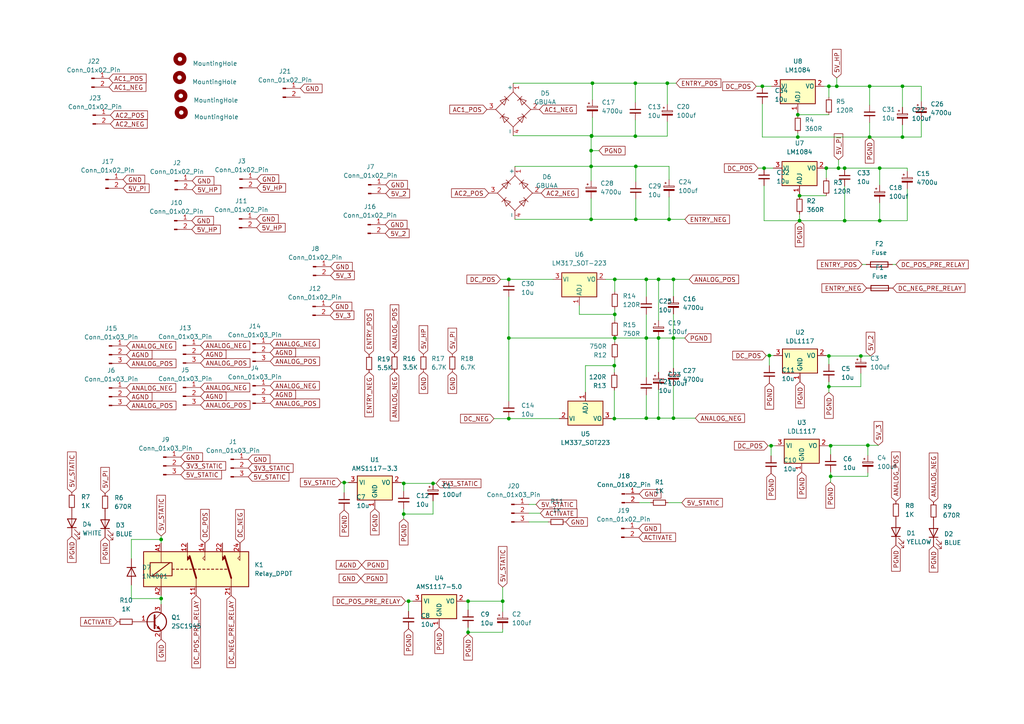
<source format=kicad_sch>
(kicad_sch (version 20230121) (generator eeschema)
  (paper "A4")
  (junction (at 252.222 39.751))
  (junction (at 240.411 103.251))
  (junction (at 195.326 121.285))
  (junction (at 178.181 121.412))
  (junction (at 178.308 98.044))
  (junction (at 171.45 63.627))
  (junction (at 147.574 98.044))
  (junction (at 195.326 98.044))
  (junction (at 239.649 48.768))
  (junction (at 187.452 98.044))
  (junction (at 221.615 48.768))
  (junction (at 244.983 64.008))
  (junction (at 244.983 48.768))
  (junction (at 184.404 63.627))
  (junction (at 240.919 129.286))
  (junction (at 184.404 48.26))
  (junction (at 171.577 39.497))
  (junction (at 252.222 25.019))
  (junction (at 135.763 183.388))
  (junction (at 231.902 56.769))
  (junction (at 261.747 39.751))
  (junction (at 46.736 156.464))
  (junction (at 171.45 48.26))
  (junction (at 147.574 121.412))
  (junction (at 191.008 121.285))
  (junction (at 125.603 140.208))
  (junction (at 191.008 98.044))
  (junction (at 178.308 91.186))
  (junction (at 99.822 139.954))
  (junction (at 240.411 112.141))
  (junction (at 171.45 43.688))
  (junction (at 135.763 174.371))
  (junction (at 187.452 81.026))
  (junction (at 46.736 173.609))
  (junction (at 187.452 121.285))
  (junction (at 178.308 81.026))
  (junction (at 145.796 174.371))
  (junction (at 240.411 25.019))
  (junction (at 223.647 129.286))
  (junction (at 117.094 140.208))
  (junction (at 178.181 106.045))
  (junction (at 117.094 149.098))
  (junction (at 171.831 24.13))
  (junction (at 231.394 33.274))
  (junction (at 193.548 24.13))
  (junction (at 231.394 39.751))
  (junction (at 231.902 64.008))
  (junction (at 195.326 81.026))
  (junction (at 194.056 63.627))
  (junction (at 243.205 48.768))
  (junction (at 261.747 25.019))
  (junction (at 191.008 81.026))
  (junction (at 240.919 138.176))
  (junction (at 147.574 81.026))
  (junction (at 221.107 25.019))
  (junction (at 242.697 25.019))
  (junction (at 223.139 103.124))
  (junction (at 249.682 103.251))
  (junction (at 184.277 24.13))
  (junction (at 255.143 64.008))
  (junction (at 171.577 39.37))
  (junction (at 255.143 48.768))
  (junction (at 184.277 39.497))
  (junction (at 251.714 129.159))
  (junction (at 118.491 174.371))
  (wire (pts (xy 171.45 43.688) (xy 171.45 48.26)))
  (wire (pts (xy 191.008 81.026) (xy 195.326 81.026)))
  (wire (pts (xy 184.404 57.785) (xy 184.404 63.627)))
  (wire (pts (xy 46.736 156.464) (xy 46.736 157.48)))
  (wire (pts (xy 244.983 64.008) (xy 255.143 64.008)))
  (wire (pts (xy 198.628 63.627) (xy 194.056 63.627)))
  (wire (pts (xy 243.205 46.355) (xy 243.205 48.768)))
  (wire (pts (xy 171.45 63.627) (xy 184.404 63.627)))
  (wire (pts (xy 221.107 25.019) (xy 223.774 25.019)))
  (wire (pts (xy 184.277 34.798) (xy 184.277 39.497)))
  (wire (pts (xy 191.008 121.285) (xy 195.326 121.285)))
  (wire (pts (xy 145.796 182.499) (xy 145.796 183.388)))
  (wire (pts (xy 195.326 106.807) (xy 195.326 98.044)))
  (wire (pts (xy 231.902 56.388) (xy 231.902 56.769)))
  (wire (pts (xy 261.747 39.751) (xy 267.208 39.751)))
  (wire (pts (xy 195.326 111.887) (xy 195.326 121.285)))
  (wire (pts (xy 118.491 177.292) (xy 118.491 174.371)))
  (wire (pts (xy 178.308 89.662) (xy 178.308 91.186)))
  (wire (pts (xy 148.844 24.13) (xy 171.831 24.13)))
  (wire (pts (xy 171.45 43.688) (xy 173.736 43.688)))
  (wire (pts (xy 249.682 112.141) (xy 240.411 112.141)))
  (wire (pts (xy 187.452 109.474) (xy 187.452 98.044)))
  (wire (pts (xy 240.411 112.141) (xy 240.411 110.744)))
  (wire (pts (xy 221.615 53.848) (xy 221.615 64.008)))
  (wire (pts (xy 240.411 113.792) (xy 240.411 112.141)))
  (wire (pts (xy 240.411 25.019) (xy 239.014 25.019)))
  (wire (pts (xy 171.45 39.624) (xy 171.45 43.688)))
  (wire (pts (xy 171.45 48.26) (xy 184.404 48.26)))
  (wire (pts (xy 244.983 53.975) (xy 244.983 64.008)))
  (wire (pts (xy 261.747 36.195) (xy 261.747 39.751)))
  (wire (pts (xy 178.308 106.045) (xy 178.308 104.267)))
  (wire (pts (xy 194.056 48.26) (xy 194.056 52.07)))
  (wire (pts (xy 147.574 98.044) (xy 147.574 116.332)))
  (wire (pts (xy 231.394 39.751) (xy 252.222 39.751)))
  (wire (pts (xy 171.45 48.26) (xy 149.352 48.26)))
  (wire (pts (xy 240.919 129.286) (xy 240.157 129.286)))
  (wire (pts (xy 145.796 183.388) (xy 135.763 183.388)))
  (wire (pts (xy 147.574 81.026) (xy 160.401 81.026)))
  (wire (pts (xy 240.411 103.251) (xy 240.411 103.124)))
  (wire (pts (xy 267.208 25.019) (xy 267.208 29.464)))
  (wire (pts (xy 184.277 39.497) (xy 171.577 39.497)))
  (wire (pts (xy 125.603 149.098) (xy 117.094 149.098)))
  (wire (pts (xy 261.747 25.019) (xy 267.208 25.019)))
  (wire (pts (xy 178.308 106.045) (xy 178.181 106.045)))
  (wire (pts (xy 38.1 169.672) (xy 38.1 173.609)))
  (wire (pts (xy 178.181 121.412) (xy 187.452 121.412)))
  (wire (pts (xy 223.139 103.124) (xy 224.409 103.124)))
  (wire (pts (xy 187.452 91.186) (xy 187.452 98.044)))
  (wire (pts (xy 240.411 103.124) (xy 239.649 103.124)))
  (wire (pts (xy 219.329 25.019) (xy 221.107 25.019)))
  (wire (pts (xy 187.452 121.285) (xy 191.008 121.285)))
  (wire (pts (xy 38.1 173.609) (xy 46.736 173.609)))
  (wire (pts (xy 254.762 129.159) (xy 251.714 129.159)))
  (wire (pts (xy 191.008 98.044) (xy 195.326 98.044)))
  (wire (pts (xy 240.411 28.194) (xy 240.411 25.019)))
  (wire (pts (xy 239.649 48.768) (xy 243.205 48.768)))
  (wire (pts (xy 240.411 105.664) (xy 240.411 103.251)))
  (wire (pts (xy 249.682 103.251) (xy 240.411 103.251)))
  (wire (pts (xy 222.758 129.286) (xy 223.647 129.286)))
  (wire (pts (xy 145.796 170.307) (xy 145.796 174.371)))
  (wire (pts (xy 175.641 81.026) (xy 178.308 81.026)))
  (wire (pts (xy 98.933 139.954) (xy 99.822 139.954)))
  (wire (pts (xy 99.822 139.954) (xy 101.092 139.954)))
  (wire (pts (xy 169.799 113.792) (xy 169.799 106.045)))
  (wire (pts (xy 243.205 48.768) (xy 244.983 48.768)))
  (wire (pts (xy 193.548 30.226) (xy 193.548 24.13)))
  (wire (pts (xy 197.739 145.796) (xy 193.802 145.796)))
  (wire (pts (xy 178.308 81.026) (xy 187.452 81.026)))
  (wire (pts (xy 223.139 106.045) (xy 223.139 103.124)))
  (wire (pts (xy 263.144 49.657) (xy 263.144 48.768)))
  (wire (pts (xy 252.222 25.019) (xy 242.697 25.019)))
  (wire (pts (xy 184.277 24.13) (xy 193.548 24.13)))
  (wire (pts (xy 222.25 103.124) (xy 223.139 103.124)))
  (wire (pts (xy 261.747 31.115) (xy 261.747 25.019)))
  (wire (pts (xy 187.452 114.554) (xy 187.452 121.285)))
  (wire (pts (xy 135.763 183.896) (xy 135.763 183.388)))
  (wire (pts (xy 195.326 98.044) (xy 198.628 98.044)))
  (wire (pts (xy 117.094 140.208) (xy 117.094 139.954)))
  (wire (pts (xy 193.548 24.13) (xy 196.088 24.13)))
  (wire (pts (xy 171.577 39.497) (xy 171.577 39.624)))
  (wire (pts (xy 171.577 39.624) (xy 171.45 39.624)))
  (wire (pts (xy 184.404 52.705) (xy 184.404 48.26)))
  (wire (pts (xy 168.021 91.186) (xy 178.308 91.186)))
  (wire (pts (xy 117.094 149.098) (xy 117.094 147.574)))
  (wire (pts (xy 194.056 57.15) (xy 194.056 63.627)))
  (wire (pts (xy 251.714 129.159) (xy 240.919 129.159)))
  (wire (pts (xy 143.256 121.412) (xy 147.574 121.412)))
  (wire (pts (xy 194.056 63.627) (xy 184.404 63.627)))
  (wire (pts (xy 145.161 81.026) (xy 147.574 81.026)))
  (wire (pts (xy 221.107 39.751) (xy 231.394 39.751)))
  (wire (pts (xy 171.577 39.37) (xy 171.577 39.497)))
  (wire (pts (xy 148.844 39.37) (xy 171.577 39.37)))
  (wire (pts (xy 99.822 142.875) (xy 99.822 139.954)))
  (wire (pts (xy 178.181 113.157) (xy 178.181 121.412)))
  (wire (pts (xy 117.094 150.495) (xy 117.094 149.098)))
  (wire (pts (xy 135.763 183.388) (xy 135.763 181.991)))
  (wire (pts (xy 242.697 25.019) (xy 240.411 25.019)))
  (wire (pts (xy 153.416 151.384) (xy 159.004 151.384)))
  (wire (pts (xy 168.021 88.646) (xy 168.021 91.186)))
  (wire (pts (xy 169.799 106.045) (xy 178.181 106.045)))
  (wire (pts (xy 156.718 148.844) (xy 153.416 148.844)))
  (wire (pts (xy 252.222 35.56) (xy 252.222 39.751)))
  (wire (pts (xy 267.208 34.544) (xy 267.208 39.751)))
  (wire (pts (xy 178.181 121.412) (xy 177.419 121.412)))
  (wire (pts (xy 171.831 39.37) (xy 171.577 39.37)))
  (wire (pts (xy 244.983 64.008) (xy 231.902 64.008)))
  (wire (pts (xy 242.697 22.606) (xy 242.697 25.019)))
  (wire (pts (xy 231.394 38.608) (xy 231.394 39.751)))
  (wire (pts (xy 188.722 145.796) (xy 185.42 145.796)))
  (wire (pts (xy 223.647 129.286) (xy 224.917 129.286)))
  (wire (pts (xy 231.394 33.274) (xy 231.394 32.639)))
  (wire (pts (xy 149.352 48.26) (xy 149.352 48.387)))
  (wire (pts (xy 125.603 145.288) (xy 125.603 149.098)))
  (wire (pts (xy 171.831 24.13) (xy 171.831 28.956)))
  (wire (pts (xy 249.682 108.331) (xy 249.682 112.141)))
  (wire (pts (xy 187.452 98.044) (xy 191.008 98.044)))
  (wire (pts (xy 244.983 48.768) (xy 255.143 48.768)))
  (wire (pts (xy 231.902 56.769) (xy 231.902 57.023)))
  (wire (pts (xy 178.308 81.026) (xy 178.308 84.582)))
  (wire (pts (xy 171.45 52.451) (xy 171.45 48.26)))
  (wire (pts (xy 125.603 140.208) (xy 117.094 140.208)))
  (wire (pts (xy 187.452 81.026) (xy 187.452 86.106)))
  (wire (pts (xy 193.548 35.306) (xy 193.548 39.497)))
  (wire (pts (xy 255.143 64.008) (xy 263.144 64.008)))
  (wire (pts (xy 135.763 176.911) (xy 135.763 174.371)))
  (wire (pts (xy 191.008 92.964) (xy 191.008 81.026)))
  (wire (pts (xy 171.831 24.13) (xy 184.277 24.13)))
  (wire (pts (xy 255.143 58.801) (xy 255.143 64.008)))
  (wire (pts (xy 240.919 138.176) (xy 251.714 138.176)))
  (wire (pts (xy 46.736 173.609) (xy 46.736 172.72)))
  (wire (pts (xy 147.574 86.106) (xy 147.574 98.044)))
  (wire (pts (xy 252.222 39.751) (xy 261.747 39.751)))
  (wire (pts (xy 240.792 139.827) (xy 240.919 139.827)))
  (wire (pts (xy 126.492 140.208) (xy 125.603 140.208)))
  (wire (pts (xy 117.094 139.954) (xy 116.332 139.954)))
  (wire (pts (xy 193.548 39.497) (xy 184.277 39.497)))
  (wire (pts (xy 255.143 48.768) (xy 263.144 48.768)))
  (wire (pts (xy 251.714 138.176) (xy 251.714 137.16)))
  (wire (pts (xy 252.476 103.251) (xy 249.682 103.251)))
  (wire (pts (xy 195.326 85.979) (xy 195.326 81.026)))
  (wire (pts (xy 252.222 25.019) (xy 261.747 25.019)))
  (wire (pts (xy 252.222 30.48) (xy 252.222 25.019)))
  (wire (pts (xy 240.919 131.826) (xy 240.919 129.286)))
  (wire (pts (xy 145.796 174.371) (xy 135.763 174.371)))
  (wire (pts (xy 187.452 121.285) (xy 187.452 121.412)))
  (wire (pts (xy 46.736 175.26) (xy 46.736 173.609)))
  (wire (pts (xy 184.404 48.26) (xy 194.056 48.26)))
  (wire (pts (xy 239.649 48.768) (xy 239.649 51.689)))
  (wire (pts (xy 171.831 34.036) (xy 171.831 39.37)))
  (wire (pts (xy 178.308 98.044) (xy 178.308 99.187)))
  (wire (pts (xy 147.574 121.412) (xy 162.179 121.412)))
  (wire (pts (xy 117.094 142.494) (xy 117.094 140.208)))
  (wire (pts (xy 145.796 174.371) (xy 145.796 177.419)))
  (wire (pts (xy 240.919 139.827) (xy 240.919 138.176)))
  (wire (pts (xy 135.763 174.371) (xy 135.001 174.371)))
  (wire (pts (xy 240.919 129.159) (xy 240.919 129.286)))
  (wire (pts (xy 178.181 108.077) (xy 178.181 106.045)))
  (wire (pts (xy 187.452 81.026) (xy 191.008 81.026)))
  (wire (pts (xy 251.714 132.08) (xy 251.714 129.159)))
  (wire (pts (xy 149.352 63.627) (xy 171.45 63.627)))
  (wire (pts (xy 191.008 107.95) (xy 191.008 98.044)))
  (wire (pts (xy 195.326 91.059) (xy 195.326 98.044)))
  (wire (pts (xy 223.647 132.207) (xy 223.647 129.286)))
  (wire (pts (xy 258.826 76.708) (xy 259.842 76.708)))
  (wire (pts (xy 184.277 29.718) (xy 184.277 24.13)))
  (wire (pts (xy 255.143 53.721) (xy 255.143 48.768)))
  (wire (pts (xy 155.448 146.304) (xy 153.416 146.304)))
  (wire (pts (xy 38.1 156.464) (xy 38.1 162.052)))
  (wire (pts (xy 46.736 155.448) (xy 46.736 156.464)))
  (wire (pts (xy 118.491 174.371) (xy 119.761 174.371)))
  (wire (pts (xy 195.326 81.026) (xy 199.898 81.026)))
  (wire (pts (xy 219.837 48.768) (xy 221.615 48.768)))
  (wire (pts (xy 239.649 48.768) (xy 239.522 48.768)))
  (wire (pts (xy 231.902 62.103) (xy 231.902 64.008)))
  (wire (pts (xy 178.308 98.044) (xy 187.452 98.044)))
  (wire (pts (xy 221.107 39.751) (xy 221.107 30.099)))
  (wire (pts (xy 221.615 48.768) (xy 224.282 48.768)))
  (wire (pts (xy 147.574 98.044) (xy 178.308 98.044)))
  (wire (pts (xy 195.326 121.285) (xy 201.676 121.285)))
  (wire (pts (xy 171.45 57.531) (xy 171.45 63.627)))
  (wire (pts (xy 191.008 113.03) (xy 191.008 121.285)))
  (wire (pts (xy 231.902 64.008) (xy 221.615 64.008)))
  (wire (pts (xy 46.736 156.464) (xy 38.1 156.464)))
  (wire (pts (xy 231.394 33.528) (xy 231.394 33.274)))
  (wire (pts (xy 117.602 174.371) (xy 118.491 174.371)))
  (wire (pts (xy 263.144 54.737) (xy 263.144 64.008)))
  (wire (pts (xy 231.394 33.274) (xy 240.411 33.274)))
  (wire (pts (xy 239.649 56.769) (xy 231.902 56.769)))
  (wire (pts (xy 178.308 91.186) (xy 178.308 92.964)))
  (wire (pts (xy 250.063 76.708) (xy 251.206 76.708)))
  (wire (pts (xy 244.983 48.768) (xy 244.983 48.895)))
  (wire (pts (xy 240.919 138.176) (xy 240.919 136.906)))
  (global_label "GND" (shape input) (at 87.122 25.654 0) (property "Intersheetrefs" "${INTERSHEET_REFS}" (effects hide)))
  (global_label "ENTRY_POS" (shape input) (at 250.063 76.708 180) (property "Intersheetrefs" "${INTERSHEET_REFS}" (effects hide)))
  (global_label "PGND" (shape input) (at 231.902 64.008 270) (property "Intersheetrefs" "${INTERSHEET_REFS}" (effects hide)))
  (global_label "PGND" (shape input) (at 198.628 98.044 0) (property "Intersheetrefs" "${INTERSHEET_REFS}" (effects hide)))
  (global_label "PGND" (shape input) (at 173.736 43.688 0) (property "Intersheetrefs" "${INTERSHEET_REFS}" (effects hide)))
  (global_label "5V_2" (shape input) (at 111.76 67.691 0) (property "Intersheetrefs" "${INTERSHEET_REFS}" (effects hide)))
  (global_label "GND" (shape input) (at 131.191 107.823 270) (property "Intersheetrefs" "${INTERSHEET_REFS}" (effects hide)))
  (global_label "5V_3" (shape input) (at 254.762 129.159 90) (property "Intersheetrefs" "${INTERSHEET_REFS}" (effects hide)))
  (global_label "ENTRY_NEG" (shape input) (at 107.061 107.95 270) (property "Intersheetrefs" "${INTERSHEET_REFS}" (effects hide)))
  (global_label "DC_NEG" (shape input) (at 69.596 157.48 90) (property "Intersheetrefs" "${INTERSHEET_REFS}" (effects hide)))
  (global_label "AC2_POS" (shape input) (at 32.004 33.401 0) (property "Intersheetrefs" "${INTERSHEET_REFS}" (effects hide)))
  (global_label "ANALOG_NEG" (shape input) (at 114.427 107.823 270) (property "Intersheetrefs" "${INTERSHEET_REFS}" (effects hide)))
  (global_label "5V_PI" (shape input) (at 35.687 54.61 0) (property "Intersheetrefs" "${INTERSHEET_REFS}" (effects hide)))
  (global_label "ANALOG_NEG" (shape input) (at 36.703 100.33 0) (property "Intersheetrefs" "${INTERSHEET_REFS}" (effects hide)))
  (global_label "5V_PI" (shape input) (at 30.48 143.129 90) (property "Intersheetrefs" "${INTERSHEET_REFS}" (effects hide)))
  (global_label "GND" (shape input) (at 46.736 185.42 270) (property "Intersheetrefs" "${INTERSHEET_REFS}" (effects hide)))
  (global_label "GND" (shape input) (at 164.084 151.384 0) (property "Intersheetrefs" "${INTERSHEET_REFS}" (effects hide)))
  (global_label "AGND" (shape input) (at 36.703 102.87 0) (property "Intersheetrefs" "${INTERSHEET_REFS}" (effects hide)))
  (global_label "PGND" (shape input) (at 30.48 155.829 270) (property "Intersheetrefs" "${INTERSHEET_REFS}" (effects hide)))
  (global_label "5V_STATIC" (shape input) (at 72.009 138.303 0) (property "Intersheetrefs" "${INTERSHEET_REFS}" (effects hide)))
  (global_label "5V_STATIC" (shape input) (at 52.451 137.668 0) (property "Intersheetrefs" "${INTERSHEET_REFS}" (effects hide)))
  (global_label "PGND" (shape input) (at 118.491 182.372 270) (property "Intersheetrefs" "${INTERSHEET_REFS}" (effects hide)))
  (global_label "3V3_STATIC" (shape input) (at 72.009 135.763 0) (property "Intersheetrefs" "${INTERSHEET_REFS}" (effects hide)))
  (global_label "PGND" (shape input) (at 232.537 136.906 270) (property "Intersheetrefs" "${INTERSHEET_REFS}" (effects hide)))
  (global_label "PGND" (shape input) (at 108.712 147.574 270) (property "Intersheetrefs" "${INTERSHEET_REFS}" (effects hide)))
  (global_label "PGND" (shape input) (at 240.411 113.792 270) (property "Intersheetrefs" "${INTERSHEET_REFS}" (effects hide)))
  (global_label "5V_STATIC" (shape input) (at 20.828 142.875 90) (property "Intersheetrefs" "${INTERSHEET_REFS}" (effects hide)))
  (global_label "GND" (shape input) (at 52.451 132.588 0) (property "Intersheetrefs" "${INTERSHEET_REFS}" (effects hide)))
  (global_label "DC_NEG" (shape input) (at 143.256 121.412 180) (property "Intersheetrefs" "${INTERSHEET_REFS}" (effects hide)))
  (global_label "ENTRY_POS" (shape input) (at 196.088 24.13 0) (property "Intersheetrefs" "${INTERSHEET_REFS}" (effects hide)))
  (global_label "5V_2" (shape input) (at 111.887 56.134 0) (property "Intersheetrefs" "${INTERSHEET_REFS}" (effects hide)))
  (global_label "AGND" (shape input) (at 36.703 115.062 0) (property "Intersheetrefs" "${INTERSHEET_REFS}" (effects hide)))
  (global_label "AGND" (shape input) (at 58.166 114.935 0) (property "Intersheetrefs" "${INTERSHEET_REFS}" (effects hide)))
  (global_label "3V3_STATIC" (shape input) (at 52.451 135.128 0) (property "Intersheetrefs" "${INTERSHEET_REFS}" (effects hide)))
  (global_label "ANALOG_NEG" (shape input) (at 36.703 112.522 0) (property "Intersheetrefs" "${INTERSHEET_REFS}" (effects hide)))
  (global_label "ENTRY_NEG" (shape input) (at 198.628 63.627 0) (property "Intersheetrefs" "${INTERSHEET_REFS}" (effects hide)))
  (global_label "AC1_POS" (shape input) (at 141.224 31.75 180) (property "Intersheetrefs" "${INTERSHEET_REFS}" (effects hide)))
  (global_label "ANALOG_NEG" (shape input) (at 58.166 100.203 0) (property "Intersheetrefs" "${INTERSHEET_REFS}" (effects hide)))
  (global_label "ANALOG_POS" (shape input) (at 199.898 81.026 0) (property "Intersheetrefs" "${INTERSHEET_REFS}" (effects hide)))
  (global_label "5V_HP" (shape input) (at 55.753 54.991 0) (property "Intersheetrefs" "${INTERSHEET_REFS}" (effects hide)))
  (global_label "5V_STATIC" (shape input) (at 197.739 145.796 0) (property "Intersheetrefs" "${INTERSHEET_REFS}" (effects hide)))
  (global_label "PGND" (shape input) (at 99.822 147.955 270) (property "Intersheetrefs" "${INTERSHEET_REFS}" (effects hide)))
  (global_label "AGND" (shape input) (at 78.359 114.427 0) (property "Intersheetrefs" "${INTERSHEET_REFS}" (effects hide)))
  (global_label "DC_NEG_PRE_RELAY" (shape input) (at 67.056 172.72 270) (property "Intersheetrefs" "${INTERSHEET_REFS}" (effects hide)))
  (global_label "ANALOG_POS" (shape input) (at 259.842 145.415 90) (property "Intersheetrefs" "${INTERSHEET_REFS}" (effects hide)))
  (global_label "AC1_NEG" (shape input) (at 31.623 25.273 0) (property "Intersheetrefs" "${INTERSHEET_REFS}" (effects hide)))
  (global_label "DC_NEG_PRE_RELAY" (shape input) (at 258.953 83.566 0) (property "Intersheetrefs" "${INTERSHEET_REFS}" (effects hide)))
  (global_label "DC_POS" (shape input) (at 219.329 25.019 180) (property "Intersheetrefs" "${INTERSHEET_REFS}" (effects hide)))
  (global_label "5V_HP" (shape input) (at 122.809 102.743 90) (property "Intersheetrefs" "${INTERSHEET_REFS}" (effects hide)))
  (global_label "GND" (shape input) (at 185.293 153.289 0) (property "Intersheetrefs" "${INTERSHEET_REFS}" (effects hide)))
  (global_label "GND" (shape input) (at 122.809 107.823 270) (property "Intersheetrefs" "${INTERSHEET_REFS}" (effects hide)))
  (global_label "5V_STATIC" (shape input) (at 98.933 139.954 180) (property "Intersheetrefs" "${INTERSHEET_REFS}" (effects hide)))
  (global_label "5V_3" (shape input) (at 95.758 91.44 0) (property "Intersheetrefs" "${INTERSHEET_REFS}" (effects hide)))
  (global_label "ENTRY_NEG" (shape input) (at 251.333 83.566 180) (property "Intersheetrefs" "${INTERSHEET_REFS}" (effects hide)))
  (global_label "GND" (shape input) (at 95.885 77.343 0) (property "Intersheetrefs" "${INTERSHEET_REFS}" (effects hide)))
  (global_label "GND" (shape input) (at 111.76 65.151 0) (property "Intersheetrefs" "${INTERSHEET_REFS}" (effects hide)))
  (global_label "DC_POS" (shape input) (at 59.436 157.48 90) (property "Intersheetrefs" "${INTERSHEET_REFS}" (effects hide)))
  (global_label "GND" (shape input) (at 104.648 167.767 180) (property "Intersheetrefs" "${INTERSHEET_REFS}" (effects hide)))
  (global_label "5V_PI" (shape input) (at 243.205 46.355 90) (property "Intersheetrefs" "${INTERSHEET_REFS}" (effects hide)))
  (global_label "PGND" (shape input) (at 240.792 139.827 270) (property "Intersheetrefs" "${INTERSHEET_REFS}" (effects hide)))
  (global_label "ACTIVATE" (shape input) (at 34.036 180.34 180) (property "Intersheetrefs" "${INTERSHEET_REFS}" (effects hide)))
  (global_label "AGND" (shape input) (at 78.359 102.235 0) (property "Intersheetrefs" "${INTERSHEET_REFS}" (effects hide)))
  (global_label "GND" (shape input) (at 111.887 53.594 0) (property "Intersheetrefs" "${INTERSHEET_REFS}" (effects hide)))
  (global_label "5V_PI" (shape input) (at 131.191 102.743 90) (property "Intersheetrefs" "${INTERSHEET_REFS}" (effects hide)))
  (global_label "ANALOG_POS" (shape input) (at 114.427 102.743 90) (property "Intersheetrefs" "${INTERSHEET_REFS}" (effects hide)))
  (global_label "AC2_POS" (shape input) (at 141.732 56.007 180) (property "Intersheetrefs" "${INTERSHEET_REFS}" (effects hide)))
  (global_label "ACTIVATE" (shape input) (at 156.718 148.844 0) (property "Intersheetrefs" "${INTERSHEET_REFS}" (effects hide)))
  (global_label "5V_HP" (shape input) (at 74.549 54.483 0) (property "Intersheetrefs" "${INTERSHEET_REFS}" (effects hide)))
  (global_label "AGND" (shape input) (at 58.166 102.743 0) (property "Intersheetrefs" "${INTERSHEET_REFS}" (effects hide)))
  (global_label "5V_HP" (shape input) (at 242.697 22.606 90) (property "Intersheetrefs" "${INTERSHEET_REFS}" (effects hide)))
  (global_label "DC_POS" (shape input) (at 219.837 48.768 180) (property "Intersheetrefs" "${INTERSHEET_REFS}" (effects hide)))
  (global_label "AC2_NEG" (shape input) (at 156.972 56.007 0) (property "Intersheetrefs" "${INTERSHEET_REFS}" (effects hide)))
  (global_label "5V_STATIC" (shape input) (at 145.796 170.307 90) (property "Intersheetrefs" "${INTERSHEET_REFS}" (effects hide)))
  (global_label "ANALOG_POS" (shape input) (at 78.359 104.775 0) (property "Intersheetrefs" "${INTERSHEET_REFS}" (effects hide)))
  (global_label "ANALOG_NEG" (shape input) (at 58.166 112.395 0) (property "Intersheetrefs" "${INTERSHEET_REFS}" (effects hide)))
  (global_label "ANALOG_POS" (shape input) (at 58.166 105.283 0) (property "Intersheetrefs" "${INTERSHEET_REFS}" (effects hide)))
  (global_label "DC_POS" (shape input) (at 222.758 129.286 180) (property "Intersheetrefs" "${INTERSHEET_REFS}" (effects hide)))
  (global_label "PGND" (shape input) (at 104.648 167.767 0) (property "Intersheetrefs" "${INTERSHEET_REFS}" (effects hide)))
  (global_label "GND" (shape input) (at 35.687 52.07 0) (property "Intersheetrefs" "${INTERSHEET_REFS}" (effects hide)))
  (global_label "AC2_NEG" (shape input) (at 32.004 35.941 0) (property "Intersheetrefs" "${INTERSHEET_REFS}" (effects hide)))
  (global_label "AC1_NEG" (shape input) (at 156.464 31.75 0) (property "Intersheetrefs" "${INTERSHEET_REFS}" (effects hide)))
  (global_label "5V_STATIC" (shape input) (at 155.448 146.304 0) (property "Intersheetrefs" "${INTERSHEET_REFS}" (effects hide)))
  (global_label "PGND" (shape input) (at 104.902 163.83 0) (property "Intersheetrefs" "${INTERSHEET_REFS}" (effects hide)))
  (global_label "ANALOG_POS" (shape input) (at 58.166 117.475 0) (property "Intersheetrefs" "${INTERSHEET_REFS}" (effects hide)))
  (global_label "DC_POS_PRE_RELAY" (shape input) (at 117.602 174.371 180) (property "Intersheetrefs" "${INTERSHEET_REFS}" (effects hide)))
  (global_label "PGND" (shape input) (at 127.381 181.991 270) (property "Intersheetrefs" "${INTERSHEET_REFS}" (effects hide)))
  (global_label "PGND" (shape input) (at 135.763 183.896 270) (property "Intersheetrefs" "${INTERSHEET_REFS}" (effects hide)))
  (global_label "PGND" (shape input) (at 270.764 158.369 270) (property "Intersheetrefs" "${INTERSHEET_REFS}" (effects hide)))
  (global_label "ACTIVATE" (shape input) (at 185.293 155.829 0) (property "Intersheetrefs" "${INTERSHEET_REFS}" (effects hide)))
  (global_label "PGND" (shape input) (at 117.094 150.495 270) (property "Intersheetrefs" "${INTERSHEET_REFS}" (effects hide)))
  (global_label "PGND" (shape input) (at 232.029 110.744 270) (property "Intersheetrefs" "${INTERSHEET_REFS}" (effects hide)))
  (global_label "ANALOG_POS" (shape input) (at 36.703 117.602 0) (property "Intersheetrefs" "${INTERSHEET_REFS}" (effects hide)))
  (global_label "PGND" (shape input) (at 223.139 111.125 270) (property "Intersheetrefs" "${INTERSHEET_REFS}" (effects hide)))
  (global_label "GND" (shape input) (at 74.549 51.943 0) (property "Intersheetrefs" "${INTERSHEET_REFS}" (effects hide)))
  (global_label "5V_HP" (shape input) (at 55.626 66.548 0) (property "Intersheetrefs" "${INTERSHEET_REFS}" (effects hide)))
  (global_label "GND" (shape input) (at 185.42 143.256 0) (property "Intersheetrefs" "${INTERSHEET_REFS}" (effects hide)))
  (global_label "GND" (shape input) (at 55.753 52.451 0) (property "Intersheetrefs" "${INTERSHEET_REFS}" (effects hide)))
  (global_label "DC_POS_PRE_RELAY" (shape input) (at 56.896 172.72 270) (property "Intersheetrefs" "${INTERSHEET_REFS}" (effects hide)))
  (global_label "ANALOG_NEG" (shape input) (at 201.676 121.285 0) (property "Intersheetrefs" "${INTERSHEET_REFS}" (effects hide)))
  (global_label "AC1_POS" (shape input) (at 31.623 22.733 0) (property "Intersheetrefs" "${INTERSHEET_REFS}" (effects hide)))
  (global_label "5V_STATIC" (shape input) (at 46.736 155.448 90) (property "Intersheetrefs" "${INTERSHEET_REFS}" (effects hide)))
  (global_label "DC_POS_PRE_RELAY" (shape input) (at 259.842 76.708 0) (property "Intersheetrefs" "${INTERSHEET_REFS}" (effects hide)))
  (global_label "3V3_STATIC" (shape input) (at 126.492 140.208 0) (property "Intersheetrefs" "${INTERSHEET_REFS}" (effects hide)))
  (global_label "DC_POS" (shape input) (at 145.161 81.026 180) (property "Intersheetrefs" "${INTERSHEET_REFS}" (effects hide)))
  (global_label "GND" (shape input) (at 55.626 64.008 0) (property "Intersheetrefs" "${INTERSHEET_REFS}" (effects hide)))
  (global_label "ANALOG_NEG" (shape input) (at 270.764 145.669 90) (property "Intersheetrefs" "${INTERSHEET_REFS}" (effects hide)))
  (global_label "5V_2" (shape input) (at 252.476 103.251 90) (property "Intersheetrefs" "${INTERSHEET_REFS}" (effects hide)))
  (global_label "ANALOG_POS" (shape input) (at 36.703 105.41 0) (property "Intersheetrefs" "${INTERSHEET_REFS}" (effects hide)))
  (global_label "PGND" (shape input) (at 259.842 158.115 270) (property "Intersheetrefs" "${INTERSHEET_REFS}" (effects hide)))
  (global_label "5V_HP" (shape input) (at 74.422 66.04 0) (property "Intersheetrefs" "${INTERSHEET_REFS}" (effects hide)))
  (global_label "PGND" (shape input) (at 252.222 39.751 270) (property "Intersheetrefs" "${INTERSHEET_REFS}" (effects hide)))
  (global_label "5V_3" (shape input) (at 95.885 79.883 0) (property "Intersheetrefs" "${INTERSHEET_REFS}" (effects hide)))
  (global_label "GND" (shape input) (at 72.009 133.223 0) (property "Intersheetrefs" "${INTERSHEET_REFS}" (effects hide)))
  (global_label "GND" (shape input) (at 74.422 63.5 0) (property "Intersheetrefs" "${INTERSHEET_REFS}" (effects hide)))
  (global_label "PGND" (shape input) (at 223.647 137.287 270) (property "Intersheetrefs" "${INTERSHEET_REFS}" (effects hide)))
  (global_label "PGND" (shape input) (at 20.828 155.575 270) (property "Intersheetrefs" "${INTERSHEET_REFS}" (effects hide)))
  (global_label "ANALOG_POS" (shape input) (at 78.359 116.967 0) (property "Intersheetrefs" "${INTERSHEET_REFS}" (effects hide)))
  (global_label "GND" (shape input) (at 95.758 88.9 0) (property "Intersheetrefs" "${INTERSHEET_REFS}" (effects hide)))
  (global_label "ENTRY_POS" (shape input) (at 107.061 102.87 90) (property "Intersheetrefs" "${INTERSHEET_REFS}" (effects hide)))
  (global_label "ANALOG_NEG" (shape input) (at 78.359 99.695 0) (property "Intersheetrefs" "${INTERSHEET_REFS}" (effects hide)))
  (global_label "AGND" (shape input) (at 104.902 163.83 180) (property "Intersheetrefs" "${INTERSHEET_REFS}" (effects hide)))
  (global_label "DC_POS" (shape input) (at 222.25 103.124 180) (property "Intersheetrefs" "${INTERSHEET_REFS}" (effects hide)))
  (global_label "ANALOG_NEG" (shape input) (at 78.359 111.887 0) (property "Intersheetrefs" "${INTERSHEET_REFS}" (effects hide)))
  (symbol (lib_id "Mechanical:MountingHole") (at 52.197 17.145 0) (unit 1)
    (property "Reference" "H1" (effects hide))
    (property "Value" "MountingHole" (at 55.88 18.415 0) (effects (justify left)))
    (property "Footprint" "MountingHole:MountingHole_3.2mm_M3" (effects hide))
  )
  (symbol (lib_id "Connector:Conn_01x02_Pin") (at 90.805 77.343 0) (unit 1)
    (property "Reference" "J8" (at 91.44 72.136 0))
    (property "Value" "Conn_01x02_Pin" (at 91.44 74.676 0))
    (property "Footprint" "Connector_JST:JST_PH_B2B-PH-K_1x02_P2.00mm_Vertical" (effects hide))
  )
  (symbol (lib_id "Connector:Conn_01x03_Pin") (at 31.623 102.87 0) (unit 1)
    (property "Reference" "J15" (at 32.258 95.25 0))
    (property "Value" "Conn_01x03_Pin" (at 32.258 97.79 0))
    (property "Footprint" "Connector_PinHeader_2.54mm:PinHeader_1x03_P2.54mm_Vertical" (effects hide))
  )
  (symbol (lib_id "Device:C_Small") (at 240.919 134.366 0) (unit 1)
    (property "Reference" "C6" (at 244.475 133.1023 0) (effects (justify left)))
    (property "Value" "10u" (at 244.475 135.6423 0) (effects (justify left)))
    (property "Footprint" "Capacitor_SMD:C_1206_3216Metric_Pad1.33x1.80mm_HandSolder" (effects hide))
  )
  (symbol (lib_id "Mechanical:MountingHole") (at 52.578 32.639 0) (unit 1)
    (property "Reference" "H2" (effects hide))
    (property "Value" "MountingHole" (at 56.261 33.909 0) (effects (justify left)))
    (property "Footprint" "MountingHole:MountingHole_3.2mm_M3" (effects hide))
  )
  (symbol (lib_id "Device:C_Small") (at 240.411 108.204 0) (unit 1)
    (property "Reference" "C5" (at 243.967 106.9403 0) (effects (justify left)))
    (property "Value" "10u" (at 243.967 109.4803 0) (effects (justify left)))
    (property "Footprint" "Capacitor_SMD:C_1206_3216Metric_Pad1.33x1.80mm_HandSolder" (effects hide))
  )
  (symbol (lib_id "Transistor_BJT:2SC1945") (at 44.196 180.34 0) (unit 1)
    (property "Reference" "Q1" (at 49.657 179.0699 0) (effects (justify left)))
    (property "Value" "2SC1945" (at 49.657 181.6099 0) (effects (justify left)))
    (property "Footprint" "Package_TO_SOT_SMD:SOT-23_Handsoldering" (effects hide))
    (property "Datasheet" "http://rtellason.com/transdata/2sc1945.pdf" (effects hide))
  )
  (symbol (lib_id "Device:R_Small") (at 240.411 30.734 180) (unit 1)
    (property "Reference" "R5" (at 242.443 29.464 0) (effects (justify right)))
    (property "Value" "120R" (at 242.443 32.004 0) (effects (justify right)))
    (property "Footprint" "Resistor_SMD:R_0603_1608Metric_Pad0.98x0.95mm_HandSolder" (effects hide))
  )
  (symbol (lib_id "Connector:Conn_01x02_Pin") (at 50.673 52.451 0) (unit 1)
    (property "Reference" "J2" (at 51.308 47.244 0))
    (property "Value" "Conn_01x02_Pin" (at 51.308 49.784 0))
    (property "Footprint" "Connector_JST:JST_XH_B2B-XH-A_1x02_P2.50mm_Vertical" (effects hide))
  )
  (symbol (lib_id "Device:R_Small") (at 231.394 36.068 180) (unit 1)
    (property "Reference" "R4" (at 233.426 34.798 0) (effects (justify right)))
    (property "Value" "360R" (at 233.426 37.338 0) (effects (justify right)))
    (property "Footprint" "Resistor_SMD:R_0603_1608Metric_Pad0.98x0.95mm_HandSolder" (effects hide))
  )
  (symbol (lib_id "Device:R_Small") (at 178.308 101.727 180) (unit 1)
    (property "Reference" "R12" (at 176.022 102.9971 0) (effects (justify left)))
    (property "Value" "750R" (at 176.022 100.4571 0) (effects (justify left)))
    (property "Footprint" "Resistor_SMD:R_0603_1608Metric_Pad0.98x0.95mm_HandSolder" (effects hide))
  )
  (symbol (lib_id "Connector:Conn_01x02_Pin") (at 82.042 25.654 0) (unit 1)
    (property "Reference" "J21" (at 82.677 20.701 0))
    (property "Value" "Conn_01x02_Pin" (at 82.677 23.241 0))
    (property "Footprint" "Connector_JST:JST_VH_B2P-VH_1x02_P3.96mm_Vertical" (effects hide))
  )
  (symbol (lib_id "Connector:Conn_01x02_Pin") (at 106.807 53.594 0) (unit 1)
    (property "Reference" "J7" (at 107.442 48.387 0))
    (property "Value" "Conn_01x02_Pin" (at 107.442 50.927 0))
    (property "Footprint" "Connector_JST:JST_PH_B2B-PH-K_1x02_P2.00mm_Vertical" (effects hide))
  )
  (symbol (lib_id "Device:C_Small") (at 184.277 32.258 0) (unit 1)
    (property "Reference" "C13" (at 187.833 30.9943 0) (effects (justify left)))
    (property "Value" "10u" (at 187.833 33.5343 0) (effects (justify left)))
    (property "Footprint" "Capacitor_SMD:C_1206_3216Metric_Pad1.33x1.80mm_HandSolder" (effects hide))
  )
  (symbol (lib_id "Regulator_Linear:LM317_TO-220") (at 231.902 48.768 0) (unit 1)
    (property "Reference" "U7" (at 231.902 41.529 0))
    (property "Value" "LM1084" (at 231.902 44.069 0))
    (property "Footprint" "Package_TO_SOT_THT:TO-220-3_Vertical" (effects hide))
    (property "Datasheet" "http://www.ti.com/lit/ds/symlink/lm317.pdf" (effects hide))
  )
  (symbol (lib_id "Device:LED") (at 30.48 152.019 90) (unit 1)
    (property "Reference" "D3" (at 33.528 152.3365 90) (effects (justify right)))
    (property "Value" "BLUE" (at 33.528 154.8765 90) (effects (justify right)))
    (property "Footprint" "LED_SMD:LED_0805_2012Metric_Pad1.15x1.40mm_HandSolder" (effects hide))
  )
  (symbol (lib_id "Device:C_Small") (at 147.574 83.566 0) (unit 1)
    (property "Reference" "C30" (at 151.13 82.3023 0) (effects (justify left)))
    (property "Value" "10u" (at 151.13 84.8423 0) (effects (justify left)))
    (property "Footprint" "Capacitor_SMD:C_1206_3216Metric_Pad1.33x1.80mm_HandSolder" (effects hide))
  )
  (symbol (lib_id "Regulator_Linear:AMS1117-3.3") (at 108.712 139.954 0) (unit 1)
    (property "Reference" "U1" (at 108.712 133.35 0))
    (property "Value" "AMS1117-3.3" (at 108.712 135.89 0))
    (property "Footprint" "Package_TO_SOT_SMD:SOT-223-3_TabPin2" (effects hide))
    (property "Datasheet" "http://www.advanced-monolithic.com/pdf/ds1117.pdf" (effects hide))
  )
  (symbol (lib_id "Regulator_Linear:AMS1117-5.0") (at 127.381 174.371 0) (unit 1)
    (property "Reference" "U4" (at 127.381 167.64 0))
    (property "Value" "AMS1117-5.0" (at 127.381 170.18 0))
    (property "Footprint" "Package_TO_SOT_SMD:SOT-223-3_TabPin2" (effects hide))
    (property "Datasheet" "http://www.advanced-monolithic.com/pdf/ds1117.pdf" (effects hide))
  )
  (symbol (lib_id "Device:R_Small") (at 178.308 95.504 0) (unit 1)
    (property "Reference" "R15" (at 180.594 94.2339 0) (effects (justify left)))
    (property "Value" "750R" (at 180.594 96.7739 0) (effects (justify left)))
    (property "Footprint" "Resistor_SMD:R_0603_1608Metric_Pad0.98x0.95mm_HandSolder" (effects hide))
  )
  (symbol (lib_id "Device:R_Small") (at 20.828 145.415 180) (unit 1)
    (property "Reference" "R7" (at 23.495 144.145 0) (effects (justify right)))
    (property "Value" "1K" (at 23.495 146.685 0) (effects (justify right)))
    (property "Footprint" "Resistor_SMD:R_0603_1608Metric_Pad0.98x0.95mm_HandSolder" (effects hide))
  )
  (symbol (lib_id "Regulator_Linear:AMS1117-5.0") (at 232.029 103.124 0) (unit 1)
    (property "Reference" "U2" (at 232.029 96.393 0))
    (property "Value" "LDL1117" (at 232.029 98.933 0))
    (property "Footprint" "Package_TO_SOT_SMD:SOT-223-3_TabPin2" (effects hide))
    (property "Datasheet" "http://www.advanced-monolithic.com/pdf/ds1117.pdf" (effects hide))
  )
  (symbol (lib_id "Device:C_Polarized_Small") (at 195.326 88.519 0) (unit 1)
    (property "Reference" "C16" (at 197.993 86.7029 0) (effects (justify left)))
    (property "Value" "4700u" (at 197.993 89.2429 0) (effects (justify left)))
    (property "Footprint" "Capacitor_THT:CP_Radial_D16.0mm_P7.50mm" (effects hide))
  )
  (symbol (lib_id "Device:R_Small") (at 178.308 87.122 0) (unit 1)
    (property "Reference" "R14" (at 180.594 85.8519 0) (effects (justify left)))
    (property "Value" "120R" (at 180.594 88.3919 0) (effects (justify left)))
    (property "Footprint" "Resistor_SMD:R_0603_1608Metric_Pad0.98x0.95mm_HandSolder" (effects hide))
  )
  (symbol (lib_id "Device:Fuse") (at 255.143 83.566 90) (unit 1)
    (property "Reference" "F1" (at 255.143 77.597 90))
    (property "Value" "Fuse" (at 255.143 80.137 90))
    (property "Footprint" "Components:Aliexpress Fuse 5x20" (effects hide))
  )
  (symbol (lib_id "Device:C_Polarized_Small") (at 191.008 110.49 0) (unit 1)
    (property "Reference" "C23" (at 193.675 108.6739 0) (effects (justify left)))
    (property "Value" "100uf" (at 193.675 111.2139 0) (effects (justify left)))
    (property "Footprint" "Capacitor_THT:CP_Radial_D5.0mm_P2.00mm" (effects hide))
  )
  (symbol (lib_id "Device:R_Small") (at 107.061 105.41 0) (unit 1)
    (property "Reference" "R19" (at 109.347 104.1399 0) (effects (justify left)))
    (property "Value" "5.5K" (at 109.347 106.6799 0) (effects (justify left)))
    (property "Footprint" "Resistor_SMD:R_0603_1608Metric_Pad0.98x0.95mm_HandSolder" (effects hide))
  )
  (symbol (lib_id "Device:C_Small") (at 184.404 55.245 0) (unit 1)
    (property "Reference" "C29" (at 187.96 53.9813 0) (effects (justify left)))
    (property "Value" "10u" (at 187.96 56.5213 0) (effects (justify left)))
    (property "Footprint" "Capacitor_SMD:C_1206_3216Metric_Pad1.33x1.80mm_HandSolder" (effects hide))
  )
  (symbol (lib_id "Device:C_Small") (at 221.107 27.559 0) (unit 1)
    (property "Reference" "C34" (at 224.663 26.2953 0) (effects (justify left)))
    (property "Value" "10u" (at 224.663 28.8353 0) (effects (justify left)))
    (property "Footprint" "Capacitor_SMD:C_1206_3216Metric_Pad1.33x1.80mm_HandSolder" (effects hide))
  )
  (symbol (lib_id "Connector:Conn_01x03_Pin") (at 53.086 102.743 0) (unit 1)
    (property "Reference" "J13" (at 53.721 95.123 0))
    (property "Value" "Conn_01x03_Pin" (at 53.721 97.663 0))
    (property "Footprint" "Connector_PinHeader_2.54mm:PinHeader_1x03_P2.54mm_Vertical" (effects hide))
  )
  (symbol (lib_id "Device:C_Polarized_Small") (at 261.747 33.655 0) (unit 1)
    (property "Reference" "C22" (at 264.414 31.8389 0) (effects (justify left)))
    (property "Value" "100uf" (at 264.414 34.3789 0) (effects (justify left)))
    (property "Footprint" "Capacitor_THT:CP_Radial_D5.0mm_P2.00mm" (effects hide))
  )
  (symbol (lib_id "Device:R_Small") (at 161.544 151.384 90) (unit 1)
    (property "Reference" "R11" (at 161.544 145.415 90))
    (property "Value" "1K" (at 161.544 147.955 90))
    (property "Footprint" "Resistor_SMD:R_0603_1608Metric_Pad0.98x0.95mm_HandSolder" (effects hide))
  )
  (symbol (lib_id "Device:C_Polarized_Small") (at 255.143 56.261 0) (unit 1)
    (property "Reference" "C18" (at 257.81 54.4449 0) (effects (justify left)))
    (property "Value" "100uf" (at 257.81 56.9849 0) (effects (justify left)))
    (property "Footprint" "Capacitor_THT:CP_Radial_D5.0mm_P2.00mm" (effects hide))
  )
  (symbol (lib_id "Device:C_Small") (at 187.452 88.646 0) (unit 1)
    (property "Reference" "C25" (at 191.008 87.3823 0) (effects (justify left)))
    (property "Value" "10u" (at 191.008 89.9223 0) (effects (justify left)))
    (property "Footprint" "Capacitor_SMD:C_1206_3216Metric_Pad1.33x1.80mm_HandSolder" (effects hide))
  )
  (symbol (lib_id "Relay:Relay_DPDT") (at 56.896 165.1 0) (unit 1)
    (property "Reference" "K1" (at 73.787 163.83 0) (effects (justify left)))
    (property "Value" "Relay_DPDT" (at 73.787 166.37 0) (effects (justify left)))
    (property "Footprint" "Relay_THT:Relay_DPDT_Omron_G2RL-2" (effects hide))
  )
  (symbol (lib_id "Device:R_Small") (at 114.427 105.283 0) (unit 1)
    (property "Reference" "R16" (at 116.713 104.0129 0) (effects (justify left)))
    (property "Value" "3.5K" (at 116.713 106.5529 0) (effects (justify left)))
    (property "Footprint" "Resistor_SMD:R_0603_1608Metric_Pad0.98x0.95mm_HandSolder" (effects hide))
  )
  (symbol (lib_id "Connector:Conn_01x02_Pin") (at 50.546 64.008 0) (unit 1)
    (property "Reference" "J10" (at 51.181 58.801 0))
    (property "Value" "Conn_01x02_Pin" (at 51.181 61.341 0))
    (property "Footprint" "Connector_PinHeader_2.54mm:PinHeader_1x02_P2.54mm_Vertical" (effects hide))
  )
  (symbol (lib_id "Device:LED") (at 270.764 154.559 90) (unit 1)
    (property "Reference" "D2" (at 273.812 154.8765 90) (effects (justify right)))
    (property "Value" "BLUE" (at 273.812 157.4165 90) (effects (justify right)))
    (property "Footprint" "LED_SMD:LED_0805_2012Metric_Pad1.15x1.40mm_HandSolder" (effects hide))
  )
  (symbol (lib_id "Connector:Conn_01x03_Pin") (at 53.086 114.935 0) (unit 1)
    (property "Reference" "J5" (at 53.721 107.315 0))
    (property "Value" "Conn_01x03_Pin" (at 53.721 109.855 0))
    (property "Footprint" "Connector_JST:JST_PH_B3B-PH-K_1x03_P2.00mm_Vertical" (effects hide))
  )
  (symbol (lib_id "Connector:Conn_01x02_Pin") (at 180.34 143.256 0) (unit 1)
    (property "Reference" "J18" (at 180.975 138.049 0))
    (property "Value" "Conn_01x02_Pin" (at 180.975 140.589 0))
    (property "Footprint" "Connector_JST:JST_PH_B2B-PH-K_1x02_P2.00mm_Vertical" (effects hide))
  )
  (symbol (lib_id "Connector:Conn_01x02_Pin") (at 30.607 52.07 0) (unit 1)
    (property "Reference" "J17" (at 31.242 46.863 0))
    (property "Value" "Conn_01x02_Pin" (at 31.242 49.403 0))
    (property "Footprint" "Connector_JST:JST_XH_B2B-XH-A_1x02_P2.50mm_Vertical" (effects hide))
  )
  (symbol (lib_id "Connector:Conn_01x03_Pin") (at 73.279 114.427 0) (unit 1)
    (property "Reference" "J4" (at 73.914 106.807 0))
    (property "Value" "Conn_01x03_Pin" (at 73.914 109.347 0))
    (property "Footprint" "Connector_JST:JST_PH_B3B-PH-K_1x03_P2.00mm_Vertical" (effects hide))
  )
  (symbol (lib_id "Device:R_Small") (at 178.181 110.617 180) (unit 1)
    (property "Reference" "R13" (at 175.895 111.8871 0) (effects (justify left)))
    (property "Value" "120R" (at 175.895 109.3471 0) (effects (justify left)))
    (property "Footprint" "Resistor_SMD:R_0603_1608Metric_Pad0.98x0.95mm_HandSolder" (effects hide))
  )
  (symbol (lib_id "Device:R_Small") (at 30.48 145.669 180) (unit 1)
    (property "Reference" "R6" (at 33.147 144.399 0) (effects (justify right)))
    (property "Value" "670R" (at 33.147 146.939 0) (effects (justify right)))
    (property "Footprint" "Resistor_SMD:R_0603_1608Metric_Pad0.98x0.95mm_HandSolder" (effects hide))
  )
  (symbol (lib_id "Device:C_Polarized_Small") (at 263.144 52.197 0) (unit 1)
    (property "Reference" "C15" (at 265.811 50.3809 0) (effects (justify left)))
    (property "Value" "4700u" (at 265.811 52.9209 0) (effects (justify left)))
    (property "Footprint" "Capacitor_THT:CP_Radial_D16.0mm_P7.50mm" (effects hide))
  )
  (symbol (lib_id "Device:C_Small") (at 252.222 33.02 0) (unit 1)
    (property "Reference" "C31" (at 255.778 31.7563 0) (effects (justify left)))
    (property "Value" "10u" (at 255.778 34.2963 0) (effects (justify left)))
    (property "Footprint" "Capacitor_SMD:C_1206_3216Metric_Pad1.33x1.80mm_HandSolder" (effects hide))
  )
  (symbol (lib_id "Diode_Bridge:GBU4A") (at 148.844 31.75 90) (unit 1)
    (property "Reference" "D5" (at 158.115 27.051 90))
    (property "Value" "GBU4A" (at 158.115 29.591 90))
    (property "Footprint" "Diode_THT:Diode_Bridge_Vishay_GBU" (effects hide))
    (property "Datasheet" "http://www.vishay.com/docs/88656/gbu4a.pdf" (effects hide))
  )
  (symbol (lib_id "Connector:Conn_01x02_Pin") (at 26.924 33.401 0) (unit 1)
    (property "Reference" "J23" (at 27.559 28.448 0))
    (property "Value" "Conn_01x02_Pin" (at 27.559 30.988 0))
    (property "Footprint" "Connector_JST:JST_VH_B2P-VH_1x02_P3.96mm_Vertical" (effects hide))
  )
  (symbol (lib_id "Device:C_Polarized_Small") (at 171.831 31.496 0) (unit 1)
    (property "Reference" "C17" (at 174.498 29.6799 0) (effects (justify left)))
    (property "Value" "4700u" (at 174.498 32.2199 0) (effects (justify left)))
    (property "Footprint" "Capacitor_THT:CP_Radial_D16.0mm_P7.50mm" (effects hide))
  )
  (symbol (lib_id "Device:C_Small") (at 223.647 134.747 0) (unit 1)
    (property "Reference" "C10" (at 227.203 133.4833 0) (effects (justify left)))
    (property "Value" "10u" (at 227.203 136.0233 0) (effects (justify left)))
    (property "Footprint" "Capacitor_SMD:C_1206_3216Metric_Pad1.33x1.80mm_HandSolder" (effects hide))
  )
  (symbol (lib_id "Device:R_Small") (at 131.191 105.283 0) (unit 1)
    (property "Reference" "R18" (at 133.477 104.0129 0) (effects (justify left)))
    (property "Value" "6.7K" (at 133.477 106.5529 0) (effects (justify left)))
    (property "Footprint" "Resistor_SMD:R_0603_1608Metric_Pad0.98x0.95mm_HandSolder" (effects hide))
  )
  (symbol (lib_id "Device:R_Small") (at 231.902 59.563 180) (unit 1)
    (property "Reference" "R2" (at 233.934 58.293 0) (effects (justify right)))
    (property "Value" "360R" (at 233.934 60.833 0) (effects (justify right)))
    (property "Footprint" "Resistor_SMD:R_0603_1608Metric_Pad0.98x0.95mm_HandSolder" (effects hide))
  )
  (symbol (lib_id "Device:R_Small") (at 259.842 147.955 180) (unit 1)
    (property "Reference" "R8" (at 262.509 146.685 0) (effects (justify right)))
    (property "Value" "1K" (at 262.509 149.225 0) (effects (justify right)))
    (property "Footprint" "Resistor_SMD:R_0603_1608Metric_Pad0.98x0.95mm_HandSolder" (effects hide))
  )
  (symbol (lib_id "Device:C_Polarized_Small") (at 193.548 32.766 0) (unit 1)
    (property "Reference" "C20" (at 196.215 30.9499 0) (effects (justify left)))
    (property "Value" "100uf" (at 196.215 33.4899 0) (effects (justify left)))
    (property "Footprint" "Capacitor_THT:CP_Radial_D5.0mm_P2.00mm" (effects hide))
  )
  (symbol (lib_id "Connector:Conn_01x03_Pin") (at 47.371 135.128 0) (unit 1)
    (property "Reference" "J9" (at 48.006 127.508 0))
    (property "Value" "Conn_01x03_Pin" (at 48.006 130.048 0))
    (property "Footprint" "Connector_PinHeader_2.54mm:PinHeader_1x03_P2.54mm_Vertical" (effects hide))
  )
  (symbol (lib_id "Diode:1N4001") (at 38.1 165.862 270) (unit 1)
    (property "Reference" "D7" (at 41.148 164.5919 90) (effects (justify left)))
    (property "Value" "1N4001" (at 41.148 167.1319 90) (effects (justify left)))
    (property "Footprint" "Diode_SMD:D_SMA" (effects hide))
    (property "Datasheet" "http://www.vishay.com/docs/88503/1n4001.pdf" (effects hide))
  )
  (symbol (lib_id "Device:R_Small") (at 191.262 145.796 90) (unit 1)
    (property "Reference" "R1" (at 191.262 139.827 90))
    (property "Value" "1K" (at 191.262 142.367 90))
    (property "Footprint" "Resistor_SMD:R_0603_1608Metric_Pad0.98x0.95mm_HandSolder" (effects hide))
  )
  (symbol (lib_id "Device:C_Small") (at 99.822 145.415 0) (unit 1)
    (property "Reference" "C7" (at 103.378 144.1513 0) (effects (justify left)))
    (property "Value" "10u" (at 103.378 146.6913 0) (effects (justify left)))
    (property "Footprint" "Capacitor_SMD:C_1206_3216Metric_Pad1.33x1.80mm_HandSolder" (effects hide))
  )
  (symbol (lib_id "Device:C_Polarized_Small") (at 251.714 134.62 0) (unit 1)
    (property "Reference" "C4" (at 254.381 132.8039 0) (effects (justify left)))
    (property "Value" "100uf" (at 254.381 135.3439 0) (effects (justify left)))
    (property "Footprint" "Capacitor_THT:CP_Radial_D5.0mm_P2.00mm" (effects hide))
  )
  (symbol (lib_id "Device:C_Small") (at 147.574 118.872 0) (unit 1)
    (property "Reference" "C14" (at 151.13 117.6083 0) (effects (justify left)))
    (property "Value" "10u" (at 151.13 120.1483 0) (effects (justify left)))
    (property "Footprint" "Capacitor_SMD:C_1206_3216Metric_Pad1.33x1.80mm_HandSolder" (effects hide))
  )
  (symbol (lib_id "Connector:Conn_01x02_Pin") (at 69.342 63.5 0) (unit 1)
    (property "Reference" "J11" (at 69.977 58.293 0))
    (property "Value" "Conn_01x02_Pin" (at 69.977 60.833 0))
    (property "Footprint" "Connector_PinHeader_2.54mm:PinHeader_1x02_P2.54mm_Vertical" (effects hide))
  )
  (symbol (lib_id "Device:R_Small") (at 122.809 105.283 0) (unit 1)
    (property "Reference" "R17" (at 125.095 104.0129 0) (effects (justify left)))
    (property "Value" "6.7K" (at 125.095 106.5529 0) (effects (justify left)))
    (property "Footprint" "Resistor_SMD:R_0603_1608Metric_Pad0.98x0.95mm_HandSolder" (effects hide))
  )
  (symbol (lib_id "Device:R_Small") (at 239.649 54.229 180) (unit 1)
    (property "Reference" "R3" (at 241.681 52.959 0) (effects (justify right)))
    (property "Value" "120R" (at 241.681 55.499 0) (effects (justify right)))
    (property "Footprint" "Resistor_SMD:R_0603_1608Metric_Pad0.98x0.95mm_HandSolder" (effects hide))
  )
  (symbol (lib_id "Device:C_Polarized_Small") (at 249.682 105.791 0) (unit 1)
    (property "Reference" "C3" (at 252.349 103.9749 0) (effects (justify left)))
    (property "Value" "100uf" (at 252.349 106.5149 0) (effects (justify left)))
    (property "Footprint" "Capacitor_THT:CP_Radial_D5.0mm_P2.00mm" (effects hide))
  )
  (symbol (lib_id "Device:C_Small") (at 221.615 51.308 0) (unit 1)
    (property "Reference" "C32" (at 225.171 50.0443 0) (effects (justify left)))
    (property "Value" "10u" (at 225.171 52.5843 0) (effects (justify left)))
    (property "Footprint" "Capacitor_SMD:C_1206_3216Metric_Pad1.33x1.80mm_HandSolder" (effects hide))
  )
  (symbol (lib_id "Device:C_Polarized_Small") (at 194.056 54.61 0) (unit 1)
    (property "Reference" "C24" (at 196.723 52.7939 0) (effects (justify left)))
    (property "Value" "100uf" (at 196.723 55.3339 0) (effects (justify left)))
    (property "Footprint" "Capacitor_THT:CP_Radial_D5.0mm_P2.00mm" (effects hide))
  )
  (symbol (lib_id "Connector:Conn_01x02_Pin") (at 180.213 153.289 0) (unit 1)
    (property "Reference" "J19" (at 180.848 148.082 0))
    (property "Value" "Conn_01x02_Pin" (at 180.848 150.622 0))
    (property "Footprint" "Connector_JST:JST_PH_B2B-PH-K_1x02_P2.00mm_Vertical" (effects hide))
  )
  (symbol (lib_id "Connector:Conn_01x02_Pin") (at 106.68 65.151 0) (unit 1)
    (property "Reference" "J16" (at 107.315 59.944 0))
    (property "Value" "Conn_01x02_Pin" (at 107.315 62.484 0))
    (property "Footprint" "Connector_PinHeader_2.54mm:PinHeader_1x02_P2.54mm_Vertical" (effects hide))
  )
  (symbol (lib_id "Device:R_Small") (at 270.764 148.209 180) (unit 1)
    (property "Reference" "R9" (at 273.431 146.939 0) (effects (justify right)))
    (property "Value" "670R" (at 273.431 149.479 0) (effects (justify right)))
    (property "Footprint" "Resistor_SMD:R_0603_1608Metric_Pad0.98x0.95mm_HandSolder" (effects hide))
  )
  (symbol (lib_id "Connector:Conn_01x03_Pin") (at 73.279 102.235 0) (unit 1)
    (property "Reference" "J14" (at 73.914 94.615 0))
    (property "Value" "Conn_01x03_Pin" (at 73.914 97.155 0))
    (property "Footprint" "Connector_PinHeader_2.54mm:PinHeader_1x03_P2.54mm_Vertical" (effects hide))
  )
  (symbol (lib_id "Device:C_Polarized_Small") (at 267.208 32.004 0) (unit 1)
    (property "Reference" "C26" (at 269.875 30.1879 0) (effects (justify left)))
    (property "Value" "4700u" (at 269.875 32.7279 0) (effects (justify left)))
    (property "Footprint" "Capacitor_THT:CP_Radial_D16.0mm_P7.50mm" (effects hide))
  )
  (symbol (lib_id "Regulator_Linear:AMS1117-5.0") (at 232.537 129.286 0) (unit 1)
    (property "Reference" "U3" (at 232.537 122.555 0))
    (property "Value" "LDL1117" (at 232.537 125.095 0))
    (property "Footprint" "Package_TO_SOT_SMD:SOT-223-3_TabPin2" (effects hide))
    (property "Datasheet" "http://www.advanced-monolithic.com/pdf/ds1117.pdf" (effects hide))
  )
  (symbol (lib_id "Connector:Conn_01x02_Pin") (at 69.469 51.943 0) (unit 1)
    (property "Reference" "J3" (at 70.104 46.736 0))
    (property "Value" "Conn_01x02_Pin" (at 70.104 49.276 0))
    (property "Footprint" "Connector_JST:JST_XH_B2B-XH-A_1x02_P2.50mm_Vertical" (effects hide))
  )
  (symbol (lib_id "Mechanical:MountingHole") (at 52.451 27.813 0) (unit 1)
    (property "Reference" "H3" (effects hide))
    (property "Value" "MountingHole" (at 56.134 29.083 0) (effects (justify left)))
    (property "Footprint" "MountingHole:MountingHole_3.2mm_M3" (effects hide))
  )
  (symbol (lib_id "Device:C_Small") (at 118.491 179.832 0) (unit 1)
    (property "Reference" "C8" (at 122.047 178.5683 0) (effects (justify left)))
    (property "Value" "10u" (at 122.047 181.1083 0) (effects (justify left)))
    (property "Footprint" "Capacitor_SMD:C_1206_3216Metric_Pad1.33x1.80mm_HandSolder" (effects hide))
  )
  (symbol (lib_id "Device:C_Polarized_Small") (at 171.45 54.991 0) (unit 1)
    (property "Reference" "C28" (at 174.117 53.1749 0) (effects (justify left)))
    (property "Value" "4700u" (at 174.117 55.7149 0) (effects (justify left)))
    (property "Footprint" "Capacitor_THT:CP_Radial_D16.0mm_P7.50mm" (effects hide))
  )
  (symbol (lib_id "Device:C_Small") (at 244.983 51.435 0) (unit 1)
    (property "Reference" "C33" (at 248.539 50.1713 0) (effects (justify left)))
    (property "Value" "10u" (at 248.539 52.7113 0) (effects (justify left)))
    (property "Footprint" "Capacitor_SMD:C_1206_3216Metric_Pad1.33x1.80mm_HandSolder" (effects hide))
  )
  (symbol (lib_id "Device:LED") (at 259.842 154.305 90) (unit 1)
    (property "Reference" "D1" (at 262.89 154.6225 90) (effects (justify right)))
    (property "Value" "YELLOW" (at 262.89 157.1625 90) (effects (justify right)))
    (property "Footprint" "LED_SMD:LED_0805_2012Metric_Pad1.15x1.40mm_HandSolder" (effects hide))
  )
  (symbol (lib_id "Device:R_Small") (at 36.576 180.34 90) (unit 1)
    (property "Reference" "R10" (at 36.576 174.117 90))
    (property "Value" "1K" (at 36.576 176.657 90))
    (property "Footprint" "Resistor_SMD:R_0603_1608Metric" (effects hide))
  )
  (symbol (lib_id "Connector:Conn_01x03_Pin") (at 66.929 135.763 0) (unit 1)
    (property "Reference" "J1" (at 67.564 128.143 0))
    (property "Value" "Conn_01x03_Pin" (at 67.564 130.683 0))
    (property "Footprint" "Connector_JST:JST_PH_B3B-PH-K_1x03_P2.00mm_Vertical" (effects hide))
  )
  (symbol (lib_id "Device:C_Polarized_Small") (at 195.326 109.347 0) (unit 1)
    (property "Reference" "C27" (at 197.993 107.5309 0) (effects (justify left)))
    (property "Value" "4700u" (at 197.993 110.0709 0) (effects (justify left)))
    (property "Footprint" "Capacitor_THT:CP_Radial_D16.0mm_P7.50mm" (effects hide))
  )
  (symbol (lib_id "Connector:Conn_01x03_Pin") (at 148.336 148.844 0) (unit 1)
    (property "Reference" "J20" (at 148.971 140.97 0))
    (property "Value" "Conn_01x03_Pin" (at 148.971 143.51 0))
    (property "Footprint" "Connector_JST:JST_PH_B3B-PH-K_1x03_P2.00mm_Vertical" (effects hide))
  )
  (symbol (lib_id "Device:LED") (at 20.828 151.765 90) (unit 1)
    (property "Reference" "D4" (at 23.876 152.0825 90) (effects (justify right)))
    (property "Value" "WHITE" (at 23.876 154.6225 90) (effects (justify right)))
    (property "Footprint" "LED_SMD:LED_0805_2012Metric_Pad1.15x1.40mm_HandSolder" (effects hide))
  )
  (symbol (lib_id "Regulator_Linear:LM317_SOT-223") (at 168.021 81.026 0) (unit 1)
    (property "Reference" "U6" (at 168.021 73.787 0))
    (property "Value" "LM317_SOT-223" (at 168.021 76.327 0))
    (property "Footprint" "Package_TO_SOT_SMD:SOT-223-3_TabPin2" (effects hide))
    (property "Datasheet" "http://www.ti.com/lit/ds/symlink/lm317.pdf" (effects hide))
  )
  (symbol (lib_id "Device:C_Small") (at 135.763 179.451 0) (unit 1)
    (property "Reference" "C9" (at 139.319 178.1873 0) (effects (justify left)))
    (property "Value" "10u" (at 139.319 180.7273 0) (effects (justify left)))
    (property "Footprint" "Capacitor_SMD:C_1206_3216Metric_Pad1.33x1.80mm_HandSolder" (effects hide))
  )
  (symbol (lib_id "Mechanical:MountingHole") (at 52.07 22.479 0) (unit 1)
    (property "Reference" "H4" (effects hide))
    (property "Value" "MountingHole" (at 55.753 23.749 0) (effects (justify left)))
    (property "Footprint" "MountingHole:MountingHole_3.2mm_M3" (effects hide))
  )
  (symbol (lib_id "Device:Fuse") (at 255.016 76.708 90) (unit 1)
    (property "Reference" "F2" (at 255.016 70.739 90))
    (property "Value" "Fuse" (at 255.016 73.279 90))
    (property "Footprint" "Components:Aliexpress Fuse 5x20" (effects hide))
  )
  (symbol (lib_id "Device:C_Polarized_Small") (at 191.008 95.504 0) (unit 1)
    (property "Reference" "C19" (at 193.675 93.6879 0) (effects (justify left)))
    (property "Value" "100uf" (at 193.675 96.2279 0) (effects (justify left)))
    (property "Footprint" "Capacitor_THT:CP_Radial_D5.0mm_P2.00mm" (effects hide))
  )
  (symbol (lib_id "Regulator_Linear:LM337_SOT223") (at 169.799 121.412 0) (unit 1)
    (property "Reference" "U5" (at 169.799 125.857 0))
    (property "Value" "LM337_SOT223" (at 169.799 128.397 0))
    (property "Footprint" "Package_TO_SOT_SMD:SOT-223-3_TabPin2" (effects hide))
    (property "Datasheet" "http://www.ti.com/lit/ds/symlink/lm337-n.pdf" (effects hide))
  )
  (symbol (lib_id "Device:C_Small") (at 187.452 112.014 0) (unit 1)
    (property "Reference" "C21" (at 191.008 110.7503 0) (effects (justify left)))
    (property "Value" "10u" (at 191.008 113.2903 0) (effects (justify left)))
    (property "Footprint" "Capacitor_SMD:C_1206_3216Metric_Pad1.33x1.80mm_HandSolder" (effects hide))
  )
  (symbol (lib_id "Device:C_Small") (at 223.139 108.585 0) (unit 1)
    (property "Reference" "C11" (at 226.695 107.3213 0) (effects (justify left)))
    (property "Value" "10u" (at 226.695 109.8613 0) (effects (justify left)))
    (property "Footprint" "Capacitor_SMD:C_1206_3216Metric_Pad1.33x1.80mm_HandSolder" (effects hide))
  )
  (symbol (lib_id "Diode_Bridge:GBU4A") (at 149.352 56.007 90) (unit 1)
    (property "Reference" "D6" (at 158.623 51.308 90))
    (property "Value" "GBU4A" (at 158.623 53.848 90))
    (property "Footprint" "Diode_THT:Diode_Bridge_Vishay_GBU" (effects hide))
    (property "Datasheet" "http://www.vishay.com/docs/88656/gbu4a.pdf" (effects hide))
  )
  (symbol (lib_id "Connector:Conn_01x02_Pin") (at 26.543 22.733 0) (unit 1)
    (property "Reference" "J22" (at 27.178 17.78 0))
    (property "Value" "Conn_01x02_Pin" (at 27.178 20.32 0))
    (property "Footprint" "Connector_JST:JST_VH_B2P-VH_1x02_P3.96mm_Vertical" (effects hide))
  )
  (symbol (lib_id "Device:C_Small") (at 117.094 145.034 0) (unit 1)
    (property "Reference" "C12" (at 120.65 143.7703 0) (effects (justify left)))
    (property "Value" "10u" (at 120.65 146.3103 0) (effects (justify left)))
    (property "Footprint" "Capacitor_SMD:C_1206_3216Metric_Pad1.33x1.80mm_HandSolder" (effects hide))
  )
  (symbol (lib_id "Connector:Conn_01x02_Pin") (at 90.678 88.9 0) (unit 1)
    (property "Reference" "J12" (at 91.313 83.693 0))
    (property "Value" "Conn_01x02_Pin" (at 91.313 86.233 0))
    (property "Footprint" "Connector_PinHeader_2.54mm:PinHeader_1x02_P2.54mm_Vertical" (effects hide))
  )
  (symbol (lib_id "Device:C_Polarized_Small") (at 145.796 179.959 0) (unit 1)
    (property "Reference" "C2" (at 148.463 178.1429 0) (effects (justify left)))
    (property "Value" "100uf" (at 148.463 180.6829 0) (effects (justify left)))
    (property "Footprint" "Capacitor_THT:CP_Radial_D5.0mm_P2.00mm" (effects hide))
  )
  (symbol (lib_id "Regulator_Linear:LM317_TO-220") (at 231.394 25.019 0) (unit 1)
    (property "Reference" "U8" (at 231.394 17.78 0))
    (property "Value" "LM1084" (at 231.394 20.32 0))
    (property "Footprint" "Package_TO_SOT_THT:TO-220-3_Vertical" (effects hide))
    (property "Datasheet" "http://www.ti.com/lit/ds/symlink/lm317.pdf" (effects hide))
  )
  (symbol (lib_id "Connector:Conn_01x03_Pin") (at 31.623 115.062 0) (unit 1)
    (property "Reference" "J6" (at 32.258 107.442 0))
    (property "Value" "Conn_01x03_Pin" (at 32.258 109.982 0))
    (property "Footprint" "Connector_JST:JST_PH_B3B-PH-K_1x03_P2.00mm_Vertical" (effects hide))
  )
  (symbol (lib_id "Device:C_Polarized_Small") (at 125.603 142.748 0) (unit 1)
    (property "Reference" "C1" (at 128.27 140.9319 0) (effects (justify left)))
    (property "Value" "100uf" (at 128.27 143.4719 0) (effects (justify left)))
    (property "Footprint" "Capacitor_THT:CP_Radial_D5.0mm_P2.00mm" (effects hide))
  )
)
</source>
